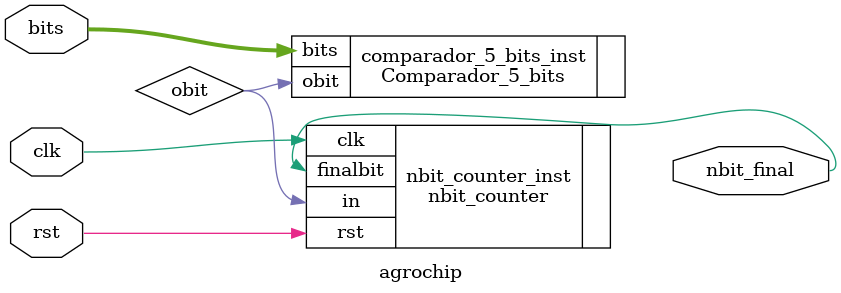
<source format=v>
module agrochip(
    input wire clk,
    input wire rst,
    input wire [4:0] bits, // 5-bit input for comparador_5_bits
    output wire nbit_final // Output from nbit_counter
);

    // Instantiate nbit_counter
    wire obit;
    // Instantiate comparador_5_bits
    Comparador_5_bits comparador_5_bits_inst (
        .bits(bits),
        .obit(obit) // Connect output to top module output
    );
    nbit_counter nbit_counter_inst (
        .clk(clk),
        .rst(rst),
        .in(obit),
        .finalbit(nbit_final) // Connect output to the wire
    );

endmodule

</source>
